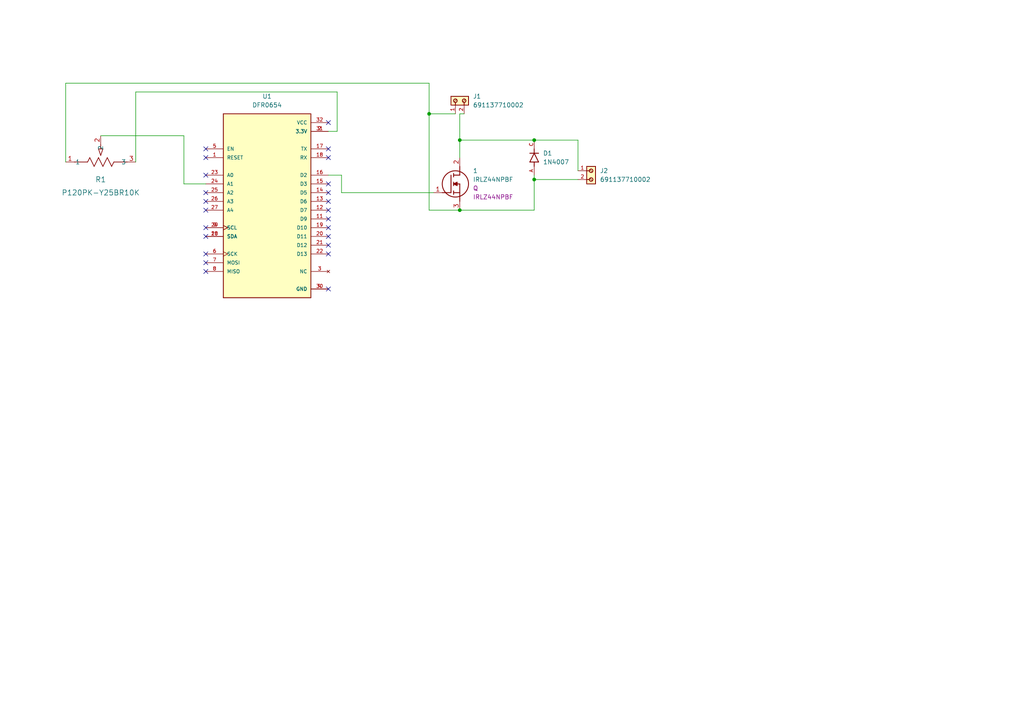
<source format=kicad_sch>
(kicad_sch (version 20211123) (generator eeschema)
  (paper "A4")
  (lib_symbols
    (symbol "Imported:1N4007" (pin_names (offset 1.016))
      (property "Reference" "D" (at -5.086 5.086 0))
      (property "Value" "1N4007" (at -5.0865 -5.0865 0))
      (symbol "1N4007_0_0"
        (polyline (pts (xy -2.54 0) (xy -1.27 0)) (stroke (width 0.254)))
        (polyline (pts (xy -1.27 -1.27) (xy 1.27 0)) (stroke (width 0.254)))
        (polyline (pts (xy -1.27 1.27) (xy -1.27 -1.27)) (stroke (width 0.254)))
        (polyline (pts (xy 1.27 0) (xy -1.27 1.27)) (stroke (width 0.254)))
        (polyline (pts (xy 1.27 0) (xy 2.54 0)) (stroke (width 0.254)))
        (polyline (pts (xy 1.27 1.27) (xy 1.27 -1.27)) (stroke (width 0.254)))
        (pin passive line (at -5.08 0 0) (length 2.54) (name "~") (number "A"))
        (pin passive line (at 5.08 0 180) (length 2.54) (name "~") (number "C"))
      )
    )
    (symbol "Imported:691137710002" (pin_names (offset 1.016))
      (property "Reference" "J" (at -4.88 -0.922 0))
      (property "Value" "691137710002" (at -4.83 -2.58 0))
      (symbol "691137710002_0_0"
        (rectangle (start -3.81 -2.54) (end 1.27 0) (stroke (width 0.254)) (fill (type background)))
        (circle (center -2.54 -1.27) (radius 0.508) (stroke (width 0.254)))
        (circle (center 0 -1.27) (radius 0.508) (stroke (width 0.254)))
        (polyline (pts (xy -2.54 -1.778) (xy -2.54 -2.54)) (stroke (width 0.254)))
        (polyline (pts (xy -2.286 -1.016) (xy -2.794 -1.524)) (stroke (width 0.1524)))
        (polyline (pts (xy 0 -1.778) (xy 0 -2.54)) (stroke (width 0.254)))
        (polyline (pts (xy 0.254 -1.016) (xy -0.254 -1.524)) (stroke (width 0.1524)))
        (pin passive line (at -2.54 -5.08 90) (length 2.54) (name "~") (number "1"))
        (pin passive line (at 0 -5.08 90) (length 2.54) (name "~") (number "2"))
      )
    )
    (symbol "Imported:DFR0654" (pin_names (offset 1.016))
      (property "Reference" "U" (at -12.7 26.162 0))
      (property "Value" "DFR0654" (at -12.7 -30.48 0))
      (symbol "DFR0654_0_0"
        (rectangle (start -12.7 -27.94) (end 12.7 25.4) (stroke (width 0.254)) (fill (type background)))
        (pin input line (at -17.78 12.7 0) (length 5.08) (name "RESET") (number "1"))
        (pin bidirectional line (at -17.78 -10.16 0) (length 5.08) (name "SDA") (number "10"))
        (pin bidirectional line (at 17.78 -5.08 180) (length 5.08) (name "D9") (number "11"))
        (pin bidirectional line (at 17.78 -2.54 180) (length 5.08) (name "D7") (number "12"))
        (pin bidirectional line (at 17.78 0 180) (length 5.08) (name "D6") (number "13"))
        (pin bidirectional line (at 17.78 2.54 180) (length 5.08) (name "D5") (number "14"))
        (pin bidirectional line (at 17.78 5.08 180) (length 5.08) (name "D3") (number "15"))
        (pin bidirectional line (at 17.78 7.62 180) (length 5.08) (name "D2") (number "16"))
        (pin output line (at 17.78 15.24 180) (length 5.08) (name "TX") (number "17"))
        (pin input line (at 17.78 12.7 180) (length 5.08) (name "RX") (number "18"))
        (pin bidirectional line (at 17.78 -7.62 180) (length 5.08) (name "D10") (number "19"))
        (pin power_in line (at 17.78 20.32 180) (length 5.08) (name "3.3V") (number "2"))
        (pin bidirectional line (at 17.78 -10.16 180) (length 5.08) (name "D11") (number "20"))
        (pin bidirectional line (at 17.78 -12.7 180) (length 5.08) (name "D12") (number "21"))
        (pin bidirectional line (at 17.78 -15.24 180) (length 5.08) (name "D13") (number "22"))
        (pin input line (at -17.78 7.62 0) (length 5.08) (name "A0") (number "23"))
        (pin input line (at -17.78 5.08 0) (length 5.08) (name "A1") (number "24"))
        (pin input line (at -17.78 2.54 0) (length 5.08) (name "A2") (number "25"))
        (pin input line (at -17.78 0 0) (length 5.08) (name "A3") (number "26"))
        (pin input line (at -17.78 -2.54 0) (length 5.08) (name "A4") (number "27"))
        (pin bidirectional line (at -17.78 -10.16 0) (length 5.08) (name "SDA") (number "28"))
        (pin input clock (at -17.78 -7.62 0) (length 5.08) (name "SCL") (number "29"))
        (pin no_connect line (at 17.78 -20.32 180) (length 5.08) (name "NC") (number "3"))
        (pin power_in line (at 17.78 -25.4 180) (length 5.08) (name "GND") (number "30"))
        (pin power_in line (at 17.78 20.32 180) (length 5.08) (name "3.3V") (number "31"))
        (pin power_in line (at 17.78 22.86 180) (length 5.08) (name "VCC") (number "32"))
        (pin power_in line (at 17.78 -25.4 180) (length 5.08) (name "GND") (number "4"))
        (pin input line (at -17.78 15.24 0) (length 5.08) (name "EN") (number "5"))
        (pin input clock (at -17.78 -15.24 0) (length 5.08) (name "SCK") (number "6"))
        (pin input line (at -17.78 -17.78 0) (length 5.08) (name "MOSI") (number "7"))
        (pin output line (at -17.78 -20.32 0) (length 5.08) (name "MISO") (number "8"))
        (pin input clock (at -17.78 -7.62 0) (length 5.08) (name "SCL") (number "9"))
      )
    )
    (symbol "Imported:IRLZ44NPBF" (pin_names hide)
      (property "Value" "IRLZ44NPBF" (at 0 0 0))
      (property "Reference_1" "Q" (at 11.43 3.81 0))
      (property "Value_1" "IRLZ44NPBF" (at 11.43 1.27 0))
      (symbol "IRLZ44NPBF_1_1"
        (polyline (pts (xy 2.54 0) (xy 5.08 0)) (stroke (width 0.254)))
        (polyline (pts (xy 5.08 5.08) (xy 5.08 0)) (stroke (width 0.254)))
        (polyline (pts (xy 5.842 -0.508) (xy 5.842 0.508)) (stroke (width 0.254)))
        (polyline (pts (xy 5.842 0) (xy 7.62 0)) (stroke (width 0.254)))
        (polyline (pts (xy 5.842 2.032) (xy 5.842 3.048)) (stroke (width 0.254)))
        (polyline (pts (xy 5.842 5.588) (xy 5.842 4.572)) (stroke (width 0.254)))
        (polyline (pts (xy 7.62 2.54) (xy 5.842 2.54)) (stroke (width 0.254)))
        (polyline (pts (xy 7.62 2.54) (xy 7.62 -2.54)) (stroke (width 0.254)))
        (polyline (pts (xy 7.62 5.08) (xy 5.842 5.08)) (stroke (width 0.254)))
        (polyline (pts (xy 7.62 5.08) (xy 7.62 7.62)) (stroke (width 0.254)))
        (polyline (pts (xy 5.842 2.54) (xy 6.858 3.048) (xy 6.858 2.032) (xy 5.842 2.54)) (stroke (width 0.254)) (fill (type outline)))
        (circle (center 6.35 2.54) (radius 3.81) (stroke (width 0.254)))
        (pin input line (at 0 0 0) (length 2.54) (name "G") (number "1"))
        (pin output line (at 7.62 10.16 270) (length 2.54) (name "D") (number "2"))
        (pin input line (at 7.62 -5.08 90) (length 2.54) (name "S") (number "3"))
      )
    )
    (symbol "Imported:P120PK-Y25BR10K" (pin_names (offset 0.254))
      (property "Reference" "R" (at 10.795 -3.175 0))
      (property "Value" "P120PK-Y25BR10K" (at 10.795 -6.35 0))
      (symbol "P120PK-Y25BR10K_1_1"
        (polyline (pts (xy 2.54 0) (xy 6.35 0)) (stroke (width 0.2032)))
        (polyline (pts (xy 6.35 0) (xy 6.985 1.27)) (stroke (width 0.2032)))
        (polyline (pts (xy 6.985 1.27) (xy 8.255 -1.27)) (stroke (width 0.2032)))
        (polyline (pts (xy 8.255 -1.27) (xy 9.525 1.27)) (stroke (width 0.2032)))
        (polyline (pts (xy 9.525 1.27) (xy 10.795 -1.27)) (stroke (width 0.2032)))
        (polyline (pts (xy 9.525 3.81) (xy 10.16 1.905)) (stroke (width 0.2032)))
        (polyline (pts (xy 9.525 3.81) (xy 10.795 3.81)) (stroke (width 0.2032)))
        (polyline (pts (xy 10.16 3.81) (xy 10.16 5.08)) (stroke (width 0.2032)))
        (polyline (pts (xy 10.795 -1.27) (xy 12.065 1.27)) (stroke (width 0.2032)))
        (polyline (pts (xy 10.795 3.81) (xy 10.16 1.905)) (stroke (width 0.2032)))
        (polyline (pts (xy 12.065 1.27) (xy 13.335 -1.27)) (stroke (width 0.2032)))
        (polyline (pts (xy 13.335 -1.27) (xy 13.97 0)) (stroke (width 0.2032)))
        (polyline (pts (xy 13.97 0) (xy 17.78 0)) (stroke (width 0.2032)))
        (pin unspecified line (at 0 0 0) (length 2.54) (name "1") (number "1"))
        (pin unspecified line (at 10.16 7.62 270) (length 2.54) (name "2") (number "2"))
        (pin unspecified line (at 20.32 0 180) (length 2.54) (name "3") (number "3"))
      )
      (symbol "P120PK-Y25BR10K_1_2"
        (polyline (pts (xy -3.81 -10.795) (xy -3.81 -9.525)) (stroke (width 0.2032)))
        (polyline (pts (xy -3.81 -10.795) (xy -1.905 -10.16)) (stroke (width 0.2032)))
        (polyline (pts (xy -3.81 -10.16) (xy -5.08 -10.16)) (stroke (width 0.2032)))
        (polyline (pts (xy -3.81 -9.525) (xy -1.905 -10.16)) (stroke (width 0.2032)))
        (polyline (pts (xy -1.27 -13.335) (xy 1.27 -12.065)) (stroke (width 0.2032)))
        (polyline (pts (xy -1.27 -10.795) (xy 1.27 -9.525)) (stroke (width 0.2032)))
        (polyline (pts (xy -1.27 -8.255) (xy 1.27 -6.985)) (stroke (width 0.2032)))
        (polyline (pts (xy 0 -17.78) (xy 0 -13.97)) (stroke (width 0.2032)))
        (polyline (pts (xy 0 -13.97) (xy -1.27 -13.335)) (stroke (width 0.2032)))
        (polyline (pts (xy 0 -6.35) (xy 0 -2.54)) (stroke (width 0.2032)))
        (polyline (pts (xy 1.27 -12.065) (xy -1.27 -10.795)) (stroke (width 0.2032)))
        (polyline (pts (xy 1.27 -9.525) (xy -1.27 -8.255)) (stroke (width 0.2032)))
        (polyline (pts (xy 1.27 -6.985) (xy 0 -6.35)) (stroke (width 0.2032)))
        (pin unspecified line (at 0 0 270) (length 2.54) (name "1") (number "1"))
        (pin unspecified line (at -7.62 -10.16 0) (length 2.54) (name "2") (number "2"))
        (pin unspecified line (at 0 -20.32 90) (length 2.54) (name "3") (number "3"))
      )
    )
  )
  (junction (at 133.35 60.96))
  (junction (at 133.35 40.64))
  (junction (at 154.94 40.64))
  (junction (at 154.94 52.07))
  (junction (at 124.46 33.02))
  (no_connect (at 95.25 73.66))
  (no_connect (at 59.69 58.42))
  (no_connect (at 95.25 60.96))
  (no_connect (at 95.25 66.04))
  (no_connect (at 95.25 63.5))
  (no_connect (at 95.25 43.18))
  (no_connect (at 95.25 71.12))
  (no_connect (at 59.69 73.66))
  (no_connect (at 95.25 53.34))
  (no_connect (at 59.69 60.96))
  (no_connect (at 95.25 83.82))
  (no_connect (at 59.69 76.2))
  (no_connect (at 59.69 55.88))
  (no_connect (at 59.69 78.74))
  (no_connect (at 59.69 68.58))
  (no_connect (at 95.25 45.72))
  (no_connect (at 59.69 66.04))
  (no_connect (at 95.25 35.56))
  (no_connect (at 59.69 43.18))
  (no_connect (at 59.69 50.8))
  (no_connect (at 95.25 58.42))
  (no_connect (at 95.25 68.58))
  (no_connect (at 95.25 55.88))
  (no_connect (at 59.69 45.72))
  (wire (pts (xy 53.34 39.37) (xy 53.34 53.34)))
  (wire (pts (xy 39.37 46.99) (xy 39.37 26.67)))
  (wire (pts (xy 99.06 55.88) (xy 99.06 50.8)))
  (wire (pts (xy 124.46 60.96) (xy 133.35 60.96)))
  (wire (pts (xy 124.46 33.02) (xy 124.46 60.96)))
  (wire (pts (xy 19.05 24.13) (xy 124.46 24.13)))
  (wire (pts (xy 132.08 33.02) (xy 124.46 33.02)))
  (wire (pts (xy 133.35 40.64) (xy 133.35 33.02)))
  (wire (pts (xy 167.64 40.64) (xy 167.64 49.53)))
  (wire (pts (xy 124.46 24.13) (xy 124.46 33.02)))
  (wire (pts (xy 133.35 40.64) (xy 154.94 40.64)))
  (wire (pts (xy 154.94 40.64) (xy 167.64 40.64)))
  (wire (pts (xy 97.79 26.67) (xy 97.79 38.1)))
  (wire (pts (xy 99.06 50.8) (xy 95.25 50.8)))
  (wire (pts (xy 133.35 45.72) (xy 133.35 40.64)))
  (wire (pts (xy 19.05 46.99) (xy 19.05 24.13)))
  (wire (pts (xy 133.35 33.02) (xy 134.62 33.02)))
  (wire (pts (xy 29.21 39.37) (xy 53.34 39.37)))
  (wire (pts (xy 154.94 60.96) (xy 133.35 60.96)))
  (wire (pts (xy 154.94 52.07) (xy 154.94 50.8)))
  (wire (pts (xy 154.94 52.07) (xy 154.94 60.96)))
  (wire (pts (xy 97.79 38.1) (xy 95.25 38.1)))
  (wire (pts (xy 39.37 26.67) (xy 97.79 26.67)))
  (wire (pts (xy 167.64 52.07) (xy 154.94 52.07)))
  (wire (pts (xy 53.34 53.34) (xy 59.69 53.34)))
  (wire (pts (xy 125.73 55.88) (xy 99.06 55.88)))
  (symbol (lib_id "Imported:DFR0654") (at 77.47 58.42 0) (unit 1)
    (property "Reference" "U1" (at 77.47 27.94 0))
    (property "Value" "DFR0654" (at 77.47 30.48 0))
    (property "Footprint" "Imported:MODULE_DFR0654" (effects hide))
    (property "MF" "DFRobot" (effects hide))
    (property "Description" "\n                        \n                            ESP32-E ESP32 Transceiver; 802.11 b/g/n/d/e/i/k/r (Wi-Fi, WiFi, WLAN), Bluetooth® Smart 4.x Low Energy (BLE) 2.4GHz ~ 2.5GHz Evaluation Board\n                        \n" (effects hide))
    (property "Package" "None" (effects hide))
    (property "Price" "None" (effects hide))
    (property "Check_prices" "https://www.snapeda.com/parts/DFR0654/DFRobot/view-part/?ref=eda" (effects hide))
    (property "STANDARD" "Manufacturer Recommendations" (effects hide))
    (property "SnapEDA_Link" "https://www.snapeda.com/parts/DFR0654/DFRobot/view-part/?ref=snap" (effects hide))
    (property "MP" "DFR0654" (effects hide))
    (property "Purchase-URL" "https://www.snapeda.com/api/url_track_click_mouser/?unipart_id=6027324&manufacturer=DFRobot&part_name=DFR0654&search_term=None" (effects hide))
    (property "Availability" "In Stock" (effects hide))
    (property "MANUFACTURER" "DFRobot" (effects hide))
  )
  (symbol (lib_id "Imported:691137710002") (at 172.72 52.07 270) (unit 1)
    (property "Reference" "J2" (at 173.99 49.5299 90) (effects (justify left)))
    (property "Value" "691137710002" (at 173.99 52.0699 90) (effects (justify left)))
    (property "Footprint" "Imported:691137710002" (effects hide))
  )
  (symbol (lib_id "Imported:IRLZ44NPBF") (at 125.73 55.88 0) (unit 1)
    (property "Reference" "1" (at 137.16 49.5299 0) (effects (justify left)))
    (property "Value" "IRLZ44NPBF" (at 137.16 52.0699 0) (effects (justify left)))
    (property "Footprint" "Imported:TO254P469X1042X1967-3P" (effects hide))
    (property "Reference_1" "Q" (at 137.16 54.6099 0) (effects (justify left)))
    (property "Value_1" "IRLZ44NPBF" (at 137.16 57.1499 0) (effects (justify left)))
    (property "Footprint_1" "TO254P469X1042X1967-3P" (effects hide))
    (property "Datasheet_1" "http://www.irf.com/product-info/datasheets/data/irlz44n.pdf" (effects hide))
    (property "Height" "4.69" (effects hide))
    (property "Mouser Part Number" "942-IRLZ44NPBF" (effects hide))
    (property "Mouser Price/Stock" "https://www.mouser.co.uk/ProductDetail/Infineon-Technologies/IRLZ44NPBF?qs=9%252BKlkBgLFf15OZZk%252BD0ibg%3D%3D" (effects hide))
    (property "Manufacturer_Name" "Infineon" (effects hide))
    (property "Manufacturer_Part_Number" "IRLZ44NPBF" (effects hide))
  )
  (symbol (lib_id "Imported:1N4007") (at 154.94 45.72 90) (unit 1)
    (property "Reference" "D1" (at 157.48 44.4499 90) (effects (justify right)))
    (property "Value" "1N4007" (at 157.48 46.9899 90) (effects (justify right)))
    (property "Footprint" "Imported:DIOAD1060W80L520D270" (effects hide))
    (property "PARTREV" "G" (effects hide))
    (property "MANUFACTURER" "ON Semiconductor" (effects hide))
    (property "STANDARD" "IPC2222A" (effects hide))
  )
  (symbol (lib_id "Imported:P120PK-Y25BR10K") (at 19.05 46.99 0) (unit 1)
    (property "Reference" "R1" (at 29.21 52.07 0) (effects (font (size 1.524 1.524))))
    (property "Value" "P120PK-Y25BR10K" (at 29.21 55.88 0) (effects (font (size 1.524 1.524))))
    (property "Footprint" "Imported:POT_P120PK-x25_TTE" (effects hide))
    (property "Datasheet" "P120PK-Y25BR10K" (effects hide))
  )
  (symbol (lib_id "Imported:691137710002") (at 134.62 27.94 0) (unit 1)
    (property "Reference" "J1" (at 137.16 27.9399 0) (effects (justify left)))
    (property "Value" "691137710002" (at 137.16 30.4799 0) (effects (justify left)))
    (property "Footprint" "Imported:691137710002" (effects hide))
  )
)
</source>
